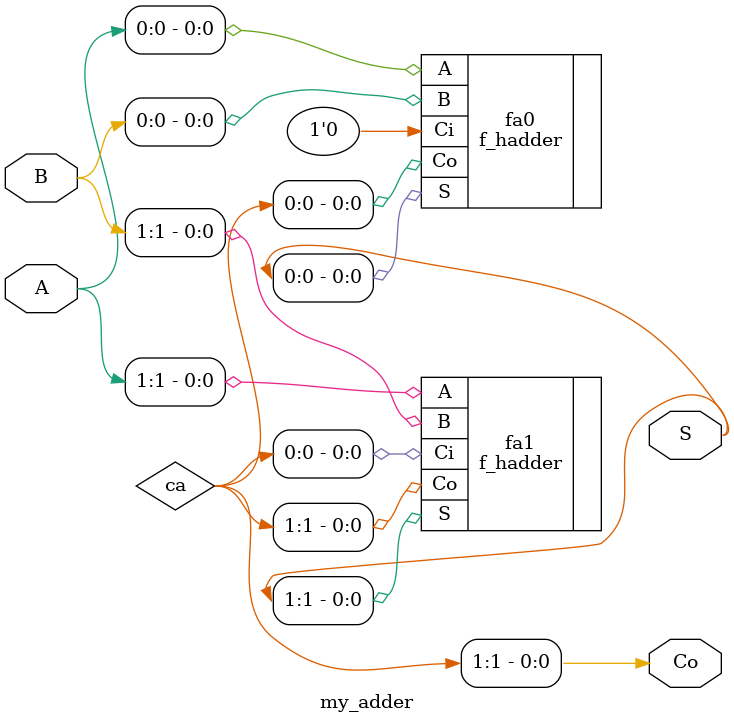
<source format=v>
module my_adder(
    input [1:0] A,
    input [1:0] B,
    output [1:0] S,
    output Co
);

wire[1:0] ca;

assign Co=ca[1];

f_hadder fa0(
.A(A[0]),  .B(B[0]), .Ci(1'b0), .S(S[0]), .Co(ca[0])  
); 
f_hadder fa1(
.A(A[1]),  .B(B[1]), .Ci(ca[0]), .S(S[1]), .Co(ca[1])  
);
//(.,  .,    .,  .,);  2bit+2bit =3bit (carry) 
endmodule
</source>
